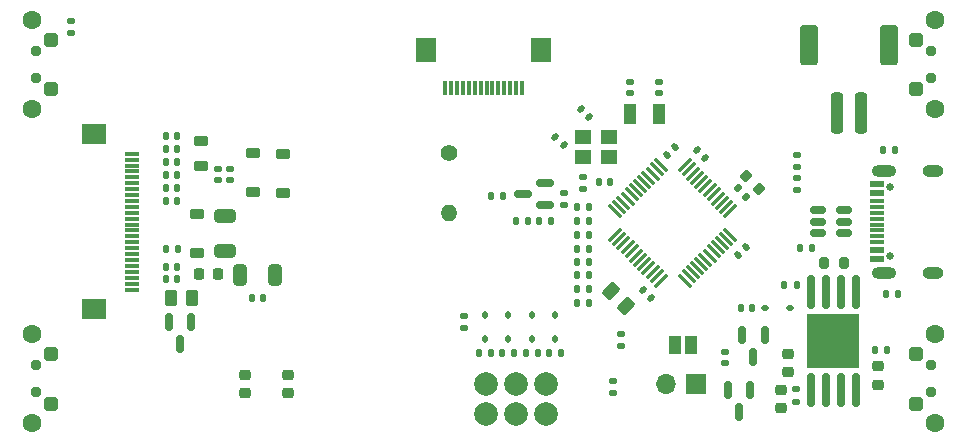
<source format=gbr>
%TF.GenerationSoftware,KiCad,Pcbnew,7.0.9*%
%TF.CreationDate,2023-12-04T16:41:43+01:00*%
%TF.ProjectId,USB E-Paper thing,55534220-452d-4506-9170-657220746869,rev?*%
%TF.SameCoordinates,Original*%
%TF.FileFunction,Soldermask,Top*%
%TF.FilePolarity,Negative*%
%FSLAX46Y46*%
G04 Gerber Fmt 4.6, Leading zero omitted, Abs format (unit mm)*
G04 Created by KiCad (PCBNEW 7.0.9) date 2023-12-04 16:41:43*
%MOMM*%
%LPD*%
G01*
G04 APERTURE LIST*
G04 Aperture macros list*
%AMRoundRect*
0 Rectangle with rounded corners*
0 $1 Rounding radius*
0 $2 $3 $4 $5 $6 $7 $8 $9 X,Y pos of 4 corners*
0 Add a 4 corners polygon primitive as box body*
4,1,4,$2,$3,$4,$5,$6,$7,$8,$9,$2,$3,0*
0 Add four circle primitives for the rounded corners*
1,1,$1+$1,$2,$3*
1,1,$1+$1,$4,$5*
1,1,$1+$1,$6,$7*
1,1,$1+$1,$8,$9*
0 Add four rect primitives between the rounded corners*
20,1,$1+$1,$2,$3,$4,$5,0*
20,1,$1+$1,$4,$5,$6,$7,0*
20,1,$1+$1,$6,$7,$8,$9,0*
20,1,$1+$1,$8,$9,$2,$3,0*%
G04 Aperture macros list end*
%ADD10RoundRect,0.200000X0.200000X0.275000X-0.200000X0.275000X-0.200000X-0.275000X0.200000X-0.275000X0*%
%ADD11RoundRect,0.135000X0.135000X0.185000X-0.135000X0.185000X-0.135000X-0.185000X0.135000X-0.185000X0*%
%ADD12RoundRect,0.135000X-0.135000X-0.185000X0.135000X-0.185000X0.135000X0.185000X-0.135000X0.185000X0*%
%ADD13C,0.950000*%
%ADD14C,1.600000*%
%ADD15RoundRect,0.300000X-0.300000X-0.300000X0.300000X-0.300000X0.300000X0.300000X-0.300000X0.300000X0*%
%ADD16RoundRect,0.300000X0.300000X0.300000X-0.300000X0.300000X-0.300000X-0.300000X0.300000X-0.300000X0*%
%ADD17RoundRect,0.140000X-0.219203X-0.021213X-0.021213X-0.219203X0.219203X0.021213X0.021213X0.219203X0*%
%ADD18RoundRect,0.140000X-0.140000X-0.170000X0.140000X-0.170000X0.140000X0.170000X-0.140000X0.170000X0*%
%ADD19C,1.400000*%
%ADD20O,1.400000X1.400000*%
%ADD21RoundRect,0.225000X0.375000X-0.225000X0.375000X0.225000X-0.375000X0.225000X-0.375000X-0.225000X0*%
%ADD22RoundRect,0.140000X0.219203X0.021213X0.021213X0.219203X-0.219203X-0.021213X-0.021213X-0.219203X0*%
%ADD23RoundRect,0.075000X-0.521491X0.415425X0.415425X-0.521491X0.521491X-0.415425X-0.415425X0.521491X0*%
%ADD24RoundRect,0.075000X-0.521491X-0.415425X-0.415425X-0.521491X0.521491X0.415425X0.415425X0.521491X0*%
%ADD25RoundRect,0.140000X-0.170000X0.140000X-0.170000X-0.140000X0.170000X-0.140000X0.170000X0.140000X0*%
%ADD26C,2.000000*%
%ADD27R,1.000000X1.800000*%
%ADD28RoundRect,0.175000X-0.175000X1.250000X-0.175000X-1.250000X0.175000X-1.250000X0.175000X1.250000X0*%
%ADD29R,4.450000X4.570000*%
%ADD30RoundRect,0.200000X-0.335876X-0.053033X-0.053033X-0.335876X0.335876X0.053033X0.053033X0.335876X0*%
%ADD31RoundRect,0.218750X-0.256250X0.218750X-0.256250X-0.218750X0.256250X-0.218750X0.256250X0.218750X0*%
%ADD32RoundRect,0.150000X0.587500X0.150000X-0.587500X0.150000X-0.587500X-0.150000X0.587500X-0.150000X0*%
%ADD33RoundRect,0.135000X0.226274X0.035355X0.035355X0.226274X-0.226274X-0.035355X-0.035355X-0.226274X0*%
%ADD34RoundRect,0.150000X-0.150000X0.587500X-0.150000X-0.587500X0.150000X-0.587500X0.150000X0.587500X0*%
%ADD35RoundRect,0.112500X-0.112500X0.187500X-0.112500X-0.187500X0.112500X-0.187500X0.112500X0.187500X0*%
%ADD36RoundRect,0.140000X0.170000X-0.140000X0.170000X0.140000X-0.170000X0.140000X-0.170000X-0.140000X0*%
%ADD37RoundRect,0.250000X0.262500X0.450000X-0.262500X0.450000X-0.262500X-0.450000X0.262500X-0.450000X0*%
%ADD38RoundRect,0.135000X-0.185000X0.135000X-0.185000X-0.135000X0.185000X-0.135000X0.185000X0.135000X0*%
%ADD39RoundRect,0.135000X0.185000X-0.135000X0.185000X0.135000X-0.185000X0.135000X-0.185000X-0.135000X0*%
%ADD40R,0.300000X1.200000*%
%ADD41R,1.800000X2.000000*%
%ADD42RoundRect,0.140000X0.140000X0.170000X-0.140000X0.170000X-0.140000X-0.170000X0.140000X-0.170000X0*%
%ADD43R,1.000000X1.500000*%
%ADD44RoundRect,0.140000X0.021213X-0.219203X0.219203X-0.021213X-0.021213X0.219203X-0.219203X0.021213X0*%
%ADD45RoundRect,0.250000X0.650000X-0.325000X0.650000X0.325000X-0.650000X0.325000X-0.650000X-0.325000X0*%
%ADD46RoundRect,0.225000X0.250000X-0.225000X0.250000X0.225000X-0.250000X0.225000X-0.250000X-0.225000X0*%
%ADD47C,0.650000*%
%ADD48R,1.240000X0.600000*%
%ADD49R,1.240000X0.300000*%
%ADD50O,2.100000X1.000000*%
%ADD51O,1.800000X1.000000*%
%ADD52R,1.700000X1.700000*%
%ADD53O,1.700000X1.700000*%
%ADD54RoundRect,0.250000X-0.503814X-0.132583X-0.132583X-0.503814X0.503814X0.132583X0.132583X0.503814X0*%
%ADD55RoundRect,0.218750X-0.218750X-0.256250X0.218750X-0.256250X0.218750X0.256250X-0.218750X0.256250X0*%
%ADD56RoundRect,0.225000X-0.375000X0.225000X-0.375000X-0.225000X0.375000X-0.225000X0.375000X0.225000X0*%
%ADD57RoundRect,0.150000X0.512500X0.150000X-0.512500X0.150000X-0.512500X-0.150000X0.512500X-0.150000X0*%
%ADD58RoundRect,0.218750X0.256250X-0.218750X0.256250X0.218750X-0.256250X0.218750X-0.256250X-0.218750X0*%
%ADD59RoundRect,0.140000X-0.021213X0.219203X-0.219203X0.021213X0.021213X-0.219203X0.219203X-0.021213X0*%
%ADD60R,2.000000X1.800000*%
%ADD61R,1.200000X0.300000*%
%ADD62RoundRect,0.218750X0.381250X-0.218750X0.381250X0.218750X-0.381250X0.218750X-0.381250X-0.218750X0*%
%ADD63RoundRect,0.250001X0.499999X1.449999X-0.499999X1.449999X-0.499999X-1.449999X0.499999X-1.449999X0*%
%ADD64RoundRect,0.250000X0.250000X1.500000X-0.250000X1.500000X-0.250000X-1.500000X0.250000X-1.500000X0*%
%ADD65RoundRect,0.250000X-0.325000X-0.650000X0.325000X-0.650000X0.325000X0.650000X-0.325000X0.650000X0*%
%ADD66RoundRect,0.112500X-0.187500X-0.112500X0.187500X-0.112500X0.187500X0.112500X-0.187500X0.112500X0*%
%ADD67R,1.400000X1.200000*%
G04 APERTURE END LIST*
D10*
%TO.C,R19*%
X70005000Y14820000D03*
X68355000Y14820000D03*
%TD*%
D11*
%TO.C,R24*%
X48420000Y18400000D03*
X47400000Y18400000D03*
%TD*%
%TO.C,R26*%
X48420000Y19570000D03*
X47400000Y19570000D03*
%TD*%
D12*
%TO.C,R11*%
X44200000Y18425000D03*
X45220000Y18425000D03*
%TD*%
D13*
%TO.C,SW3*%
X77400000Y32800000D03*
X77400000Y30500000D03*
D14*
X77700000Y35400000D03*
X77700000Y27900000D03*
D15*
X76100000Y29550000D03*
D16*
X76100000Y33750000D03*
%TD*%
D12*
%TO.C,R3*%
X45050000Y7230000D03*
X46070000Y7230000D03*
%TD*%
D11*
%TO.C,R15*%
X74570000Y12200000D03*
X73550000Y12200000D03*
%TD*%
D17*
%TO.C,C5*%
X57560589Y24399411D03*
X58239411Y23720589D03*
%TD*%
D18*
%TO.C,C16*%
X12600000Y20100000D03*
X13560000Y20100000D03*
%TD*%
%TO.C,C6*%
X49250000Y21690000D03*
X50210000Y21690000D03*
%TD*%
D19*
%TO.C,TH1*%
X36576000Y24130000D03*
D20*
X36576000Y19050000D03*
%TD*%
D21*
%TO.C,D11*%
X19960000Y20835000D03*
X19960000Y24135000D03*
%TD*%
D22*
%TO.C,C2*%
X46260000Y24830000D03*
X45581178Y25508822D03*
%TD*%
D23*
%TO.C,U1*%
X54511212Y23127876D03*
X54157658Y22774322D03*
X53804105Y22420769D03*
X53450551Y22067215D03*
X53096998Y21713662D03*
X52743445Y21360109D03*
X52389891Y21006555D03*
X52036338Y20653002D03*
X51682785Y20299449D03*
X51329231Y19945895D03*
X50975678Y19592342D03*
X50622124Y19238788D03*
D24*
X50622124Y17241212D03*
X50975678Y16887658D03*
X51329231Y16534105D03*
X51682785Y16180551D03*
X52036338Y15826998D03*
X52389891Y15473445D03*
X52743445Y15119891D03*
X53096998Y14766338D03*
X53450551Y14412785D03*
X53804105Y14059231D03*
X54157658Y13705678D03*
X54511212Y13352124D03*
D23*
X56508788Y13352124D03*
X56862342Y13705678D03*
X57215895Y14059231D03*
X57569449Y14412785D03*
X57923002Y14766338D03*
X58276555Y15119891D03*
X58630109Y15473445D03*
X58983662Y15826998D03*
X59337215Y16180551D03*
X59690769Y16534105D03*
X60044322Y16887658D03*
X60397876Y17241212D03*
D24*
X60397876Y19238788D03*
X60044322Y19592342D03*
X59690769Y19945895D03*
X59337215Y20299449D03*
X58983662Y20653002D03*
X58630109Y21006555D03*
X58276555Y21360109D03*
X57923002Y21713662D03*
X57569449Y22067215D03*
X57215895Y22420769D03*
X56862342Y22774322D03*
X56508788Y23127876D03*
%TD*%
D25*
%TO.C,C25*%
X18040000Y22810000D03*
X18040000Y21850000D03*
%TD*%
D26*
%TO.C,J5*%
X39700000Y4620000D03*
X42240000Y4620000D03*
X44780000Y4620000D03*
X44780000Y2080000D03*
X42240000Y2080000D03*
X39700000Y2080000D03*
%TD*%
D27*
%TO.C,Y2*%
X51849411Y27500589D03*
X54349411Y27500589D03*
%TD*%
D22*
%TO.C,C7*%
X53709411Y11910589D03*
X53030589Y12589411D03*
%TD*%
D28*
%TO.C,U3*%
X71005000Y12400000D03*
X69735000Y12400000D03*
X68465000Y12400000D03*
X67195000Y12400000D03*
X67195000Y4100000D03*
X68465000Y4100000D03*
X69735000Y4100000D03*
X71005000Y4100000D03*
D29*
X69100000Y8250000D03*
%TD*%
D30*
%TO.C,R14*%
X61686637Y22243363D03*
X62853363Y21076637D03*
%TD*%
D31*
%TO.C,D8*%
X72900000Y6127500D03*
X72900000Y4552500D03*
%TD*%
D32*
%TO.C,Q1*%
X44710000Y19750000D03*
X44710000Y21650000D03*
X42835000Y20700000D03*
%TD*%
D13*
%TO.C,SW4*%
X77400000Y6200000D03*
X77400000Y3900000D03*
D14*
X77700000Y8800000D03*
X77700000Y1300000D03*
D15*
X76100000Y2950000D03*
D16*
X76100000Y7150000D03*
%TD*%
D33*
%TO.C,R13*%
X61740624Y20449376D03*
X61019376Y21170624D03*
%TD*%
D34*
%TO.C,U4*%
X62090000Y4117500D03*
X60190000Y4117500D03*
X61140000Y2242500D03*
%TD*%
D35*
%TO.C,D6*%
X43570000Y10480000D03*
X43570000Y8380000D03*
%TD*%
D36*
%TO.C,C12*%
X59970000Y6370000D03*
X59970000Y7330000D03*
%TD*%
D11*
%TO.C,R27*%
X48420000Y16060000D03*
X47400000Y16060000D03*
%TD*%
%TO.C,R5*%
X48420000Y12620000D03*
X47400000Y12620000D03*
%TD*%
D36*
%TO.C,C4*%
X51849411Y29240000D03*
X51849411Y30200000D03*
%TD*%
D37*
%TO.C,R23*%
X14825000Y11900000D03*
X13000000Y11900000D03*
%TD*%
D38*
%TO.C,R17*%
X65980000Y4140000D03*
X65980000Y3120000D03*
%TD*%
D39*
%TO.C,R29*%
X4540000Y34320000D03*
X4540000Y35340000D03*
%TD*%
D40*
%TO.C,J3*%
X36240000Y29700000D03*
X36740000Y29700000D03*
X37240000Y29700000D03*
X37740000Y29700000D03*
X38240000Y29700000D03*
X38740000Y29700000D03*
X39240000Y29700000D03*
X39740000Y29700000D03*
X40240000Y29700000D03*
X40740000Y29700000D03*
X41240000Y29700000D03*
X41740000Y29700000D03*
X42240000Y29700000D03*
X42740000Y29700000D03*
D41*
X34590000Y32850000D03*
X44390000Y32850000D03*
%TD*%
D12*
%TO.C,R6*%
X39080000Y7230000D03*
X40100000Y7230000D03*
%TD*%
D25*
%TO.C,C24*%
X17000000Y22810000D03*
X17000000Y21850000D03*
%TD*%
D36*
%TO.C,C3*%
X54349411Y29240000D03*
X54349411Y30200000D03*
%TD*%
D12*
%TO.C,R28*%
X12570000Y16050000D03*
X13590000Y16050000D03*
%TD*%
D42*
%TO.C,C11*%
X62210000Y11020000D03*
X61250000Y11020000D03*
%TD*%
D13*
%TO.C,SW1*%
X1600000Y30500000D03*
X1600000Y32800000D03*
D14*
X1300000Y27900000D03*
X1300000Y35400000D03*
D16*
X2900000Y33750000D03*
D15*
X2900000Y29550000D03*
%TD*%
D18*
%TO.C,C20*%
X12600000Y13500000D03*
X13560000Y13500000D03*
%TD*%
D11*
%TO.C,R16*%
X74360000Y24430000D03*
X73340000Y24430000D03*
%TD*%
D43*
%TO.C,JP1*%
X57020000Y7910000D03*
X55720000Y7910000D03*
%TD*%
D39*
%TO.C,R12*%
X47930000Y21150000D03*
X47930000Y22170000D03*
%TD*%
D44*
%TO.C,C26*%
X55030000Y23980000D03*
X55708822Y24658822D03*
%TD*%
D18*
%TO.C,C15*%
X12600000Y21194000D03*
X13560000Y21194000D03*
%TD*%
D11*
%TO.C,R25*%
X48420000Y14890000D03*
X47400000Y14890000D03*
%TD*%
D13*
%TO.C,SW2*%
X1600000Y3900000D03*
X1600000Y6200000D03*
D14*
X1300000Y1300000D03*
X1300000Y8800000D03*
D16*
X2900000Y7150000D03*
D15*
X2900000Y2950000D03*
%TD*%
D39*
%TO.C,R20*%
X66060000Y21040000D03*
X66060000Y22060000D03*
%TD*%
D12*
%TO.C,R10*%
X42225000Y18425000D03*
X43245000Y18425000D03*
%TD*%
D11*
%TO.C,R22*%
X65990000Y12990000D03*
X64970000Y12990000D03*
%TD*%
D12*
%TO.C,R7*%
X40150000Y20530000D03*
X41170000Y20530000D03*
%TD*%
D45*
%TO.C,C21*%
X17640000Y15840000D03*
X17640000Y18790000D03*
%TD*%
D38*
%TO.C,R32*%
X50470000Y4840000D03*
X50470000Y3820000D03*
%TD*%
%TO.C,R33*%
X51130000Y8850000D03*
X51130000Y7830000D03*
%TD*%
D31*
%TO.C,D7*%
X64710000Y4127500D03*
X64710000Y2552500D03*
%TD*%
D46*
%TO.C,C10*%
X65260000Y5620000D03*
X65260000Y7170000D03*
%TD*%
D47*
%TO.C,J6*%
X73885000Y15460000D03*
X73885000Y21240000D03*
D48*
X72765000Y15150000D03*
X72765000Y15950000D03*
D49*
X72765000Y17100000D03*
X72765000Y18100000D03*
X72765000Y18600000D03*
X72765000Y19600000D03*
D48*
X72765000Y20750000D03*
X72765000Y21550000D03*
X72765000Y21550000D03*
X72765000Y20750000D03*
D49*
X72765000Y20100000D03*
X72765000Y19100000D03*
X72765000Y17600000D03*
X72765000Y16600000D03*
D48*
X72765000Y15950000D03*
X72765000Y15150000D03*
D50*
X73365000Y14030000D03*
D51*
X77565000Y14030000D03*
D50*
X73365000Y22670000D03*
D51*
X77565000Y22670000D03*
%TD*%
D12*
%TO.C,R1*%
X41070000Y7230000D03*
X42090000Y7230000D03*
%TD*%
D18*
%TO.C,C13*%
X12590000Y25570000D03*
X13550000Y25570000D03*
%TD*%
D11*
%TO.C,R2*%
X48400000Y11470000D03*
X47380000Y11470000D03*
%TD*%
D34*
%TO.C,Q3*%
X14750000Y9837500D03*
X12850000Y9837500D03*
X13800000Y7962500D03*
%TD*%
D35*
%TO.C,D1*%
X41580000Y10480000D03*
X41580000Y8380000D03*
%TD*%
D39*
%TO.C,R21*%
X66060000Y22980000D03*
X66060000Y24000000D03*
%TD*%
D12*
%TO.C,R18*%
X72620000Y7500000D03*
X73640000Y7500000D03*
%TD*%
D18*
%TO.C,C14*%
X12600000Y23382000D03*
X13560000Y23382000D03*
%TD*%
D52*
%TO.C,J8*%
X57480000Y4620000D03*
D53*
X54940000Y4620000D03*
%TD*%
D54*
%TO.C,R30*%
X50284765Y12505235D03*
X51575235Y11214765D03*
%TD*%
D55*
%TO.C,L1*%
X15412500Y13900000D03*
X16987500Y13900000D03*
%TD*%
D35*
%TO.C,D5*%
X39590000Y10480000D03*
X39590000Y8380000D03*
%TD*%
D56*
%TO.C,D10*%
X22470000Y24090000D03*
X22470000Y20790000D03*
%TD*%
D18*
%TO.C,C19*%
X12600000Y24476000D03*
X13560000Y24476000D03*
%TD*%
D12*
%TO.C,R9*%
X43060000Y7230000D03*
X44080000Y7230000D03*
%TD*%
D57*
%TO.C,U2*%
X70040000Y17400000D03*
X70040000Y18350000D03*
X70040000Y19300000D03*
X67765000Y19300000D03*
X67765000Y18350000D03*
X67765000Y17400000D03*
%TD*%
D58*
%TO.C,D2*%
X22895000Y3825000D03*
X22895000Y5400000D03*
%TD*%
D59*
%TO.C,C8*%
X61670000Y16210000D03*
X60991178Y15531178D03*
%TD*%
D22*
%TO.C,C1*%
X48460000Y27230000D03*
X47781178Y27908822D03*
%TD*%
D60*
%TO.C,DS1*%
X6550000Y25750000D03*
X6550000Y10950000D03*
D61*
X9700000Y12600000D03*
X9700000Y13100000D03*
X9700000Y13600000D03*
X9700000Y14100000D03*
X9700000Y14600000D03*
X9700000Y15100000D03*
X9700000Y15600000D03*
X9700000Y16100000D03*
X9700000Y16600000D03*
X9700000Y17100000D03*
X9700000Y17600000D03*
X9700000Y18100000D03*
X9700000Y18600000D03*
X9700000Y19100000D03*
X9700000Y19600000D03*
X9700000Y20100000D03*
X9700000Y20600000D03*
X9700000Y21100000D03*
X9700000Y21600000D03*
X9700000Y22100000D03*
X9700000Y22600000D03*
X9700000Y23100000D03*
X9700000Y23600000D03*
X9700000Y24100000D03*
%TD*%
D62*
%TO.C,FB1*%
X15540000Y23025000D03*
X15540000Y25150000D03*
%TD*%
D35*
%TO.C,D3*%
X45560000Y10480000D03*
X45560000Y8380000D03*
%TD*%
D18*
%TO.C,C17*%
X19880000Y11900000D03*
X20840000Y11900000D03*
%TD*%
%TO.C,C18*%
X12600000Y14500000D03*
X13560000Y14500000D03*
%TD*%
D63*
%TO.C,BT1*%
X73780000Y33300000D03*
X67080000Y33300000D03*
D64*
X71430000Y27550000D03*
X69430000Y27550000D03*
%TD*%
D56*
%TO.C,D12*%
X15220000Y18990000D03*
X15220000Y15690000D03*
%TD*%
D11*
%TO.C,R31*%
X48420000Y13850000D03*
X47400000Y13850000D03*
%TD*%
D34*
%TO.C,Q2*%
X63280709Y8758500D03*
X61380709Y8758500D03*
X62330709Y6883500D03*
%TD*%
D65*
%TO.C,C22*%
X18895000Y13840000D03*
X21845000Y13840000D03*
%TD*%
D66*
%TO.C,D9*%
X63350000Y11000000D03*
X65450000Y11000000D03*
%TD*%
D11*
%TO.C,R34*%
X48420000Y17230000D03*
X47400000Y17230000D03*
%TD*%
D38*
%TO.C,R4*%
X37840000Y10330000D03*
X37840000Y9310000D03*
%TD*%
D58*
%TO.C,D4*%
X19320000Y3825000D03*
X19320000Y5400000D03*
%TD*%
D67*
%TO.C,Y1*%
X47890000Y23810000D03*
X50090000Y23810000D03*
X50090000Y25510000D03*
X47890000Y25510000D03*
%TD*%
D18*
%TO.C,C23*%
X12600000Y22288000D03*
X13560000Y22288000D03*
%TD*%
D39*
%TO.C,R8*%
X46335000Y19740000D03*
X46335000Y20760000D03*
%TD*%
D42*
%TO.C,C9*%
X67280000Y16080000D03*
X66320000Y16080000D03*
%TD*%
M02*

</source>
